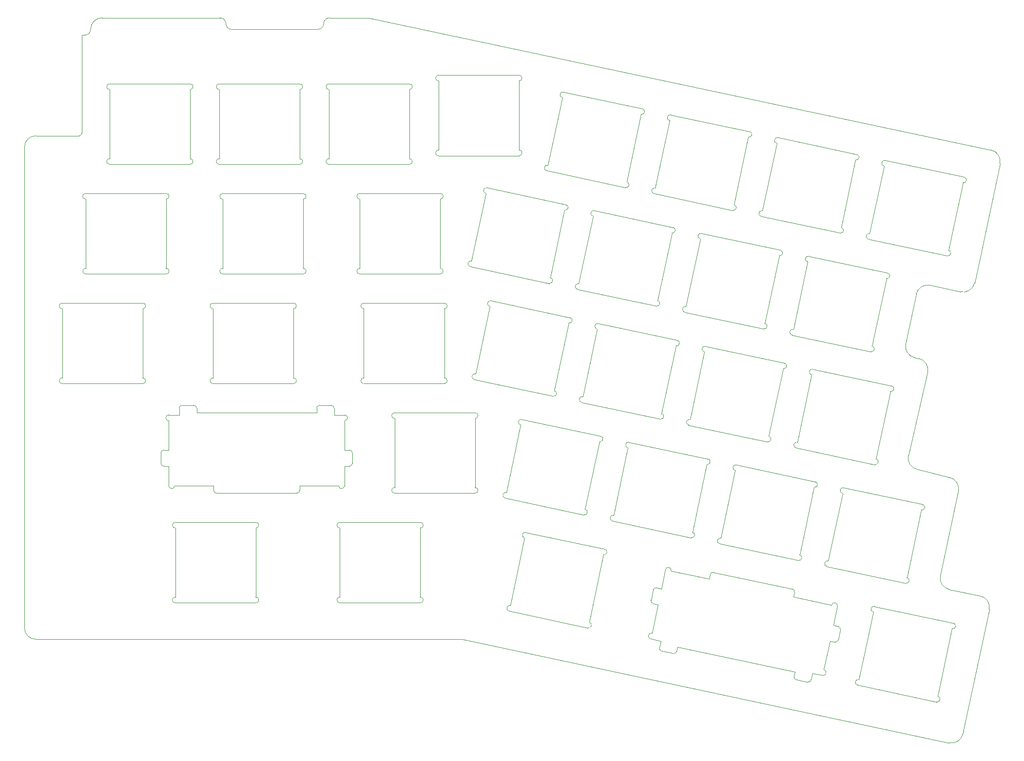
<source format=gm1>
G04 #@! TF.GenerationSoftware,KiCad,Pcbnew,(6.0.9)*
G04 #@! TF.CreationDate,2022-11-13T14:03:06+01:00*
G04 #@! TF.ProjectId,arisu,61726973-752e-46b6-9963-61645f706362,1.1*
G04 #@! TF.SameCoordinates,Original*
G04 #@! TF.FileFunction,Profile,NP*
%FSLAX46Y46*%
G04 Gerber Fmt 4.6, Leading zero omitted, Abs format (unit mm)*
G04 Created by KiCad (PCBNEW (6.0.9)) date 2022-11-13 14:03:06*
%MOMM*%
%LPD*%
G01*
G04 APERTURE LIST*
G04 #@! TA.AperFunction,Profile*
%ADD10C,0.000100*%
G04 #@! TD*
G04 APERTURE END LIST*
D10*
X165079413Y-287610870D02*
G75*
G03*
X166619916Y-289982996I1956287J-415830D01*
G01*
X164590449Y-268170449D02*
G75*
G03*
X166130889Y-270542560I1956251J-415851D01*
G01*
X21000000Y-231999999D02*
G75*
G03*
X21499999Y-231500000I0J499999D01*
G01*
X46500000Y-212500000D02*
G75*
G03*
X45500000Y-211500000I-1000000J0D01*
G01*
X46500000Y-212500000D02*
G75*
G03*
X47500000Y-213500000I1000000J0D01*
G01*
X13500000Y-232000000D02*
G75*
G03*
X11500000Y-234000000I0J-2000000D01*
G01*
X172185789Y-291356274D02*
X166619916Y-289982996D01*
X45500000Y-211500000D02*
X25000000Y-211500000D01*
X62500000Y-213500000D02*
G75*
G03*
X63500000Y-212500000I0J1000000D01*
G01*
X168802540Y-257973431D02*
G75*
G03*
X166430436Y-259513834I-415840J-1956269D01*
G01*
X21000000Y-232000000D02*
X13500000Y-232000000D01*
X180962211Y-236839676D02*
X176554485Y-257576407D01*
X170597156Y-308449506D02*
G75*
G03*
X172137661Y-310821635I1956344J-415794D01*
G01*
X177566379Y-311975542D02*
X172137661Y-310821635D01*
X55000000Y-213500000D02*
X62500000Y-213500000D01*
X166864501Y-270698494D02*
X166130889Y-270542560D01*
X11500000Y-234000000D02*
X11500000Y-317500000D01*
X11500000Y-317500000D02*
G75*
G03*
X13500000Y-319500000I2000000J0D01*
G01*
X179106853Y-314347662D02*
X174512002Y-335964725D01*
X174182365Y-259116880D02*
G75*
G03*
X176554485Y-257576407I415835J1956280D01*
G01*
X22000000Y-214500000D02*
G75*
G03*
X23000000Y-213500000I0J1000000D01*
G01*
X64500000Y-211500000D02*
X71360000Y-211500000D01*
X180962251Y-236839685D02*
G75*
G03*
X179421741Y-234467560I-1956351J415785D01*
G01*
X166430436Y-259513834D02*
X164590417Y-268170442D01*
X13500000Y-319500000D02*
X87490000Y-319500000D01*
X64500000Y-211500000D02*
G75*
G03*
X63500000Y-212500000I0J-1000000D01*
G01*
X173726261Y-293728394D02*
X170597190Y-308449513D01*
X21500000Y-231500000D02*
X21500000Y-214500000D01*
X21500000Y-214500000D02*
X22000000Y-214500000D01*
X25000000Y-211500000D02*
G75*
G03*
X23000000Y-213500000I0J-2000000D01*
G01*
X179106841Y-314347659D02*
G75*
G03*
X177566379Y-311975542I-1956241J415859D01*
G01*
X55000000Y-213500000D02*
X47500000Y-213500000D01*
X174182365Y-259116881D02*
X168802554Y-257973364D01*
X172139884Y-337505196D02*
X87490000Y-319500000D01*
X172139882Y-337505204D02*
G75*
G03*
X174512002Y-335964725I415818J1956304D01*
G01*
X179421741Y-234467560D02*
X71360000Y-211500000D01*
X168404972Y-273070613D02*
X165079446Y-287610877D01*
X168405002Y-273070619D02*
G75*
G03*
X166864501Y-270698494I-1956302J415819D01*
G01*
X173726322Y-293728407D02*
G75*
G03*
X172185789Y-291356274I-1956322J415807D01*
G01*
X106249704Y-263577854D02*
X92560137Y-260668047D01*
X103339897Y-277267421D02*
X89650330Y-274357614D01*
X106041792Y-264556002D02*
X103547809Y-276289274D01*
X92352225Y-261646194D02*
X89858242Y-273379466D01*
X89858242Y-273379466D02*
G75*
G03*
X89650330Y-274357614I-103956J-489074D01*
G01*
X92560137Y-260668048D02*
G75*
G03*
X92352225Y-261646194I-103956J-489073D01*
G01*
X106041792Y-264556002D02*
G75*
G03*
X106249704Y-263577854I103956J489074D01*
G01*
X103339897Y-277267420D02*
G75*
G03*
X103547809Y-276289274I103956J489073D01*
G01*
X152019892Y-317074750D02*
X152727540Y-313745527D01*
X152283715Y-319987247D02*
X151438986Y-319807694D01*
X122156263Y-310727039D02*
X122863911Y-307397816D01*
X124810389Y-321574302D02*
X124974099Y-320804109D01*
X130630175Y-308243596D02*
X130466465Y-309013789D01*
X120307928Y-319422772D02*
X122071919Y-319797720D01*
X152864620Y-317254302D02*
X152019892Y-317074750D01*
X120519166Y-318428974D02*
X121575357Y-313459984D01*
X150382795Y-324776684D02*
X151438986Y-319807694D01*
X147562123Y-326929681D02*
X145574527Y-326507205D01*
X145288695Y-311359360D02*
X145124985Y-312129554D01*
X144897415Y-310756842D02*
X131232693Y-307852316D01*
X145346957Y-325134493D02*
X124974099Y-320804109D01*
X148164641Y-326538402D02*
X148407565Y-325395534D01*
X153255900Y-317856820D02*
X152886233Y-319595967D01*
X120339349Y-312677913D02*
X120709016Y-310938767D01*
X124207871Y-321965582D02*
X122220275Y-321543105D01*
X121828995Y-320940587D02*
X122071919Y-319797720D01*
X145183247Y-325904687D02*
X145346957Y-325134493D01*
X120730629Y-313280431D02*
X121575357Y-313459984D01*
X123857709Y-307609055D02*
X130466465Y-309013789D01*
X121311534Y-310547487D02*
X122156263Y-310727039D01*
X150171557Y-325770482D02*
X148407565Y-325395534D01*
X145124985Y-312129554D02*
X151733742Y-313534288D01*
X121311534Y-310547487D02*
G75*
G03*
X120709016Y-310938767I-105618J-496900D01*
G01*
X131232693Y-307852316D02*
G75*
G03*
X130630175Y-308243596I-105618J-496900D01*
G01*
X145183247Y-325904687D02*
G75*
G03*
X145574527Y-326507205I496899J-105619D01*
G01*
X120519166Y-318428974D02*
G75*
G03*
X120307928Y-319422772I-105619J-496899D01*
G01*
X153255900Y-317856820D02*
G75*
G03*
X152864620Y-317254302I-496899J105619D01*
G01*
X145288695Y-311359360D02*
G75*
G03*
X144897415Y-310756842I-496899J105619D01*
G01*
X147562123Y-326929681D02*
G75*
G03*
X148164641Y-326538402I105619J496899D01*
G01*
X150171557Y-325770482D02*
G75*
G03*
X150382795Y-324776684I105619J496899D01*
G01*
X124207871Y-321965582D02*
G75*
G03*
X124810389Y-321574302I105618J496900D01*
G01*
X152283715Y-319987247D02*
G75*
G03*
X152886233Y-319595967I105619J496899D01*
G01*
X121828996Y-320940587D02*
G75*
G03*
X122220275Y-321543105I496899J-105619D01*
G01*
X120339351Y-312677913D02*
G75*
G03*
X120730629Y-313280431I496899J-105619D01*
G01*
X123857709Y-307609055D02*
G75*
G03*
X122863911Y-307397816I-496899J105620D01*
G01*
X152727540Y-313745527D02*
G75*
G03*
X151733742Y-313534288I-496899J105620D01*
G01*
X40287700Y-222972303D02*
X26292300Y-222972303D01*
X40287700Y-236967703D02*
X26292300Y-236967703D01*
X40287700Y-223972303D02*
X40287700Y-235967703D01*
X26292300Y-223972303D02*
X26292300Y-235967703D01*
X26292300Y-235967703D02*
G75*
G03*
X26292300Y-236967703I0J-500000D01*
G01*
X26292300Y-222972303D02*
G75*
G03*
X26292300Y-223972303I0J-500000D01*
G01*
X40287700Y-223972303D02*
G75*
G03*
X40287700Y-222972303I0J500000D01*
G01*
X40287700Y-236967703D02*
G75*
G03*
X40287700Y-235967703I0J500000D01*
G01*
X147555687Y-253904481D02*
X145061704Y-265637753D01*
X161453166Y-255836141D02*
X147763599Y-252926334D01*
X158543359Y-269525708D02*
X144853792Y-266615901D01*
X161245254Y-256814289D02*
X158751271Y-268547561D01*
X161245254Y-256814289D02*
G75*
G03*
X161453166Y-255836141I103956J489074D01*
G01*
X145061704Y-265637753D02*
G75*
G03*
X144853792Y-266615901I-103956J-489074D01*
G01*
X158543359Y-269525707D02*
G75*
G03*
X158751271Y-268547561I103956J489073D01*
G01*
X147763599Y-252926335D02*
G75*
G03*
X147555687Y-253904481I-103956J-489073D01*
G01*
X84447701Y-261072301D02*
X70452301Y-261072301D01*
X84447701Y-275067701D02*
X70452301Y-275067701D01*
X70452301Y-262072301D02*
X70452301Y-274067701D01*
X84447701Y-262072301D02*
X84447701Y-274067701D01*
X84447701Y-262072301D02*
G75*
G03*
X84447701Y-261072301I0J500000D01*
G01*
X70452301Y-274067701D02*
G75*
G03*
X70452301Y-275067701I0J-500000D01*
G01*
X70452301Y-261072301D02*
G75*
G03*
X70452301Y-262072301I0J-500000D01*
G01*
X84447701Y-275067701D02*
G75*
G03*
X84447701Y-274067701I0J500000D01*
G01*
X140607315Y-285188872D02*
X126917748Y-282279065D01*
X143517122Y-271499305D02*
X129827555Y-268589498D01*
X129619643Y-269567645D02*
X127125660Y-281300917D01*
X143309210Y-272477453D02*
X140815227Y-284210725D01*
X140607315Y-285188871D02*
G75*
G03*
X140815227Y-284210725I103956J489073D01*
G01*
X127125660Y-281300917D02*
G75*
G03*
X126917748Y-282279065I-103956J-489074D01*
G01*
X143309210Y-272477453D02*
G75*
G03*
X143517122Y-271499305I103956J489074D01*
G01*
X129827555Y-268589499D02*
G75*
G03*
X129619643Y-269567645I-103956J-489073D01*
G01*
X32060200Y-261072300D02*
X18064800Y-261072300D01*
X32060200Y-262072300D02*
X32060200Y-274067700D01*
X18064800Y-262072300D02*
X18064800Y-274067700D01*
X32060200Y-275067700D02*
X18064800Y-275067700D01*
X32060200Y-275067700D02*
G75*
G03*
X32060200Y-274067700I0J500000D01*
G01*
X18064800Y-261072300D02*
G75*
G03*
X18064800Y-262072300I0J-500000D01*
G01*
X32060200Y-262072300D02*
G75*
G03*
X32060200Y-261072300I0J500000D01*
G01*
X18064800Y-274067700D02*
G75*
G03*
X18064800Y-275067700I0J-500000D01*
G01*
X127329689Y-301842215D02*
X113640122Y-298932408D01*
X116342017Y-286220988D02*
X113848034Y-297954260D01*
X130239496Y-288152648D02*
X116549929Y-285242841D01*
X130031584Y-289130796D02*
X127537601Y-300864068D01*
X116549929Y-285242842D02*
G75*
G03*
X116342017Y-286220988I-103956J-489073D01*
G01*
X130031584Y-289130796D02*
G75*
G03*
X130239496Y-288152648I103956J489074D01*
G01*
X113848034Y-297954260D02*
G75*
G03*
X113640122Y-298932408I-103956J-489074D01*
G01*
X127329689Y-301842214D02*
G75*
G03*
X127537601Y-300864068I103956J489073D01*
G01*
X58253948Y-275067701D02*
X44258548Y-275067701D01*
X58253948Y-262072301D02*
X58253948Y-274067701D01*
X58253948Y-261072301D02*
X44258548Y-261072301D01*
X44258548Y-262072301D02*
X44258548Y-274067701D01*
X58253948Y-262072301D02*
G75*
G03*
X58253948Y-261072301I0J500000D01*
G01*
X58253948Y-275067701D02*
G75*
G03*
X58253948Y-274067701I0J500000D01*
G01*
X44258548Y-261072301D02*
G75*
G03*
X44258548Y-262072301I0J-500000D01*
G01*
X44258548Y-274067701D02*
G75*
G03*
X44258548Y-275067701I0J-500000D01*
G01*
X110985933Y-265606920D02*
X108491950Y-277340192D01*
X124883412Y-267538580D02*
X111193845Y-264628773D01*
X121973605Y-281228147D02*
X108284038Y-278318340D01*
X124675500Y-268516728D02*
X122181517Y-280250000D01*
X121973605Y-281228146D02*
G75*
G03*
X122181517Y-280250000I103956J489073D01*
G01*
X124675500Y-268516728D02*
G75*
G03*
X124883412Y-267538580I103956J489074D01*
G01*
X111193845Y-264628774D02*
G75*
G03*
X110985933Y-265606920I-103956J-489073D01*
G01*
X108491950Y-277340192D02*
G75*
G03*
X108284038Y-278318340I-103956J-489074D01*
G01*
X36125197Y-242022302D02*
X22129797Y-242022302D01*
X36125197Y-256017702D02*
X22129797Y-256017702D01*
X22129797Y-243022302D02*
X22129797Y-255017702D01*
X36125197Y-243022302D02*
X36125197Y-255017702D01*
X36125197Y-256017702D02*
G75*
G03*
X36125197Y-255017702I0J500000D01*
G01*
X22129797Y-242022302D02*
G75*
G03*
X22129797Y-243022302I0J-500000D01*
G01*
X36125197Y-243022302D02*
G75*
G03*
X36125197Y-242022302I0J500000D01*
G01*
X22129797Y-255017702D02*
G75*
G03*
X22129797Y-256017702I0J-500000D01*
G01*
X169953244Y-330377698D02*
X156263677Y-327467891D01*
X172863051Y-316688131D02*
X159173484Y-313778324D01*
X172655139Y-317666279D02*
X170161156Y-329399551D01*
X158965572Y-314756471D02*
X156471589Y-326489743D01*
X169953244Y-330377697D02*
G75*
G03*
X170161156Y-329399551I103956J489073D01*
G01*
X172655139Y-317666279D02*
G75*
G03*
X172863051Y-316688131I103956J489074D01*
G01*
X156471589Y-326489743D02*
G75*
G03*
X156263677Y-327467891I-103956J-489074D01*
G01*
X159173484Y-313778325D02*
G75*
G03*
X158965572Y-314756471I-103956J-489073D01*
G01*
X59937701Y-242022302D02*
X45942301Y-242022302D01*
X59937701Y-256017702D02*
X45942301Y-256017702D01*
X59937701Y-243022302D02*
X59937701Y-255017702D01*
X45942301Y-243022302D02*
X45942301Y-255017702D01*
X45942301Y-255017702D02*
G75*
G03*
X45942301Y-256017702I0J-500000D01*
G01*
X45942301Y-242022302D02*
G75*
G03*
X45942301Y-243022302I0J-500000D01*
G01*
X59937701Y-256017702D02*
G75*
G03*
X59937701Y-255017702I0J500000D01*
G01*
X59937701Y-243022302D02*
G75*
G03*
X59937701Y-242022302I0J500000D01*
G01*
X105552037Y-243953959D02*
X91862470Y-241044152D01*
X102642230Y-257643526D02*
X88952663Y-254733719D01*
X91654558Y-242022299D02*
X89160575Y-253755571D01*
X105344125Y-244932107D02*
X102850142Y-256665379D01*
X89160575Y-253755571D02*
G75*
G03*
X88952663Y-254733719I-103956J-489074D01*
G01*
X105344125Y-244932107D02*
G75*
G03*
X105552037Y-243953959I103956J489074D01*
G01*
X91862470Y-241044153D02*
G75*
G03*
X91654558Y-242022299I-103956J-489073D01*
G01*
X102642230Y-257643525D02*
G75*
G03*
X102850142Y-256665379I103956J489073D01*
G01*
X51710203Y-299172299D02*
X37714803Y-299172299D01*
X51710203Y-313167699D02*
X37714803Y-313167699D01*
X51710203Y-300172299D02*
X51710203Y-312167699D01*
X37714803Y-300172299D02*
X37714803Y-312167699D01*
X37714803Y-299172299D02*
G75*
G03*
X37714803Y-300172299I0J-500000D01*
G01*
X51710203Y-313167699D02*
G75*
G03*
X51710203Y-312167699I0J500000D01*
G01*
X37714803Y-312167699D02*
G75*
G03*
X37714803Y-313167699I0J-500000D01*
G01*
X51710203Y-300172299D02*
G75*
G03*
X51710203Y-299172299I0J500000D01*
G01*
X89797701Y-280122301D02*
X75802301Y-280122301D01*
X89797701Y-294117701D02*
X75802301Y-294117701D01*
X89797701Y-281122301D02*
X89797701Y-293117701D01*
X75802301Y-281122301D02*
X75802301Y-293117701D01*
X75802301Y-280122301D02*
G75*
G03*
X75802301Y-281122301I0J-500000D01*
G01*
X89797701Y-281122301D02*
G75*
G03*
X89797701Y-280122301I0J500000D01*
G01*
X89797701Y-294117701D02*
G75*
G03*
X89797701Y-293117701I0J500000D01*
G01*
X75802301Y-293117701D02*
G75*
G03*
X75802301Y-294117701I0J-500000D01*
G01*
X110288267Y-245983024D02*
X107794284Y-257716296D01*
X124185746Y-247914684D02*
X110496179Y-245004877D01*
X121275939Y-261604251D02*
X107586372Y-258694444D01*
X123977834Y-248892832D02*
X121483851Y-260626104D01*
X123977834Y-248892832D02*
G75*
G03*
X124185746Y-247914684I103956J489074D01*
G01*
X107794284Y-257716296D02*
G75*
G03*
X107586372Y-258694444I-103956J-489074D01*
G01*
X121275939Y-261604250D02*
G75*
G03*
X121483851Y-260626104I103956J489073D01*
G01*
X110496179Y-245004878D02*
G75*
G03*
X110288267Y-245983024I-103956J-489073D01*
G01*
X118621782Y-228278765D02*
X116127799Y-240012037D01*
X115919887Y-240990184D02*
X102230320Y-238080377D01*
X118829694Y-227300617D02*
X105140127Y-224390810D01*
X104932215Y-225368957D02*
X102438232Y-237102229D01*
X118621782Y-228278765D02*
G75*
G03*
X118829694Y-227300617I103956J489074D01*
G01*
X102438232Y-237102229D02*
G75*
G03*
X102230320Y-238080377I-103956J-489074D01*
G01*
X115919887Y-240990183D02*
G75*
G03*
X116127799Y-240012037I103956J489073D01*
G01*
X105140127Y-224390811D02*
G75*
G03*
X104932215Y-225368957I-103956J-489073D01*
G01*
X67109152Y-280516001D02*
X65305752Y-280516001D01*
X36578352Y-289406001D02*
X36578352Y-292809601D01*
X38889752Y-278839601D02*
X40921752Y-278839601D01*
X35714752Y-289406001D02*
X36578352Y-289406001D01*
X41429752Y-280135001D02*
X62257752Y-280135001D01*
X65305752Y-279347601D02*
X65305752Y-280516001D01*
X67972752Y-289406001D02*
X67109152Y-289406001D01*
X66093152Y-292809601D02*
X59336752Y-292809601D01*
X59336752Y-293597001D02*
X59336752Y-292809601D01*
X67972752Y-286612001D02*
X67109152Y-286612001D01*
X35714752Y-286612001D02*
X36578352Y-286612001D01*
X44858752Y-294105001D02*
X58828752Y-294105001D01*
X44350752Y-292809601D02*
X37594352Y-292809601D01*
X68480752Y-287120001D02*
X68480752Y-288898001D01*
X36578352Y-281532001D02*
X36578352Y-286612001D01*
X38381752Y-279347601D02*
X38381752Y-280516001D01*
X36578352Y-280516001D02*
X38381752Y-280516001D01*
X67109152Y-281532001D02*
X67109152Y-286612001D01*
X35206752Y-288898001D02*
X35206752Y-287120001D01*
X62765752Y-278839601D02*
X64797752Y-278839601D01*
X62257752Y-279347601D02*
X62257752Y-280135001D01*
X44350752Y-293597001D02*
X44350752Y-292809601D01*
X67109152Y-289406001D02*
X67109152Y-292809601D01*
X41429752Y-279347601D02*
X41429752Y-280135001D01*
X38889752Y-278839601D02*
G75*
G03*
X38381752Y-279347601I0J-508000D01*
G01*
X58828752Y-294105001D02*
G75*
G03*
X59336752Y-293597001I-1J508001D01*
G01*
X67109152Y-281532001D02*
G75*
G03*
X67109152Y-280516001I0J508000D01*
G01*
X41429752Y-279347601D02*
G75*
G03*
X40921752Y-278839601I-508000J0D01*
G01*
X36578352Y-292809601D02*
G75*
G03*
X37594352Y-292809601I508000J0D01*
G01*
X35206752Y-288898001D02*
G75*
G03*
X35714752Y-289406001I508000J0D01*
G01*
X35714752Y-286612001D02*
G75*
G03*
X35206752Y-287120001I0J-508000D01*
G01*
X62765752Y-278839601D02*
G75*
G03*
X62257752Y-279347601I1J-508001D01*
G01*
X44350752Y-293597001D02*
G75*
G03*
X44858752Y-294105001I508000J0D01*
G01*
X65305752Y-279347601D02*
G75*
G03*
X64797752Y-278839601I-508001J-1D01*
G01*
X66093152Y-292809601D02*
G75*
G03*
X67109152Y-292809601I508000J0D01*
G01*
X68480752Y-287120001D02*
G75*
G03*
X67972752Y-286612001I-508001J-1D01*
G01*
X36578352Y-280516001D02*
G75*
G03*
X36578352Y-281532001I0J-508000D01*
G01*
X67972752Y-289406001D02*
G75*
G03*
X68480752Y-288898001I-1J508001D01*
G01*
X98406006Y-301884148D02*
X95912023Y-313617420D01*
X112095573Y-304793956D02*
X109601590Y-316527228D01*
X109393678Y-317505375D02*
X95704111Y-314595568D01*
X112303485Y-303815808D02*
X98613918Y-300906001D01*
X98613918Y-300906002D02*
G75*
G03*
X98406006Y-301884148I-103956J-489073D01*
G01*
X112095573Y-304793956D02*
G75*
G03*
X112303485Y-303815808I103956J489074D01*
G01*
X95912023Y-313617420D02*
G75*
G03*
X95704111Y-314595568I-103956J-489074D01*
G01*
X109393678Y-317505374D02*
G75*
G03*
X109601590Y-316527228I103956J489073D01*
G01*
X59337699Y-222972301D02*
X45342299Y-222972301D01*
X45342299Y-223972301D02*
X45342299Y-235967701D01*
X59337699Y-236967701D02*
X45342299Y-236967701D01*
X59337699Y-223972301D02*
X59337699Y-235967701D01*
X59337699Y-223972301D02*
G75*
G03*
X59337699Y-222972301I0J500000D01*
G01*
X45342299Y-235967701D02*
G75*
G03*
X45342299Y-236967701I0J-500000D01*
G01*
X45342299Y-222972301D02*
G75*
G03*
X45342299Y-223972301I0J-500000D01*
G01*
X59337699Y-236967701D02*
G75*
G03*
X59337699Y-235967701I0J500000D01*
G01*
X139909650Y-265564979D02*
X126220083Y-262655172D01*
X128921978Y-249943752D02*
X126427995Y-261677024D01*
X142611545Y-252853560D02*
X140117562Y-264586832D01*
X142819457Y-251875412D02*
X129129890Y-248965605D01*
X142611545Y-252853560D02*
G75*
G03*
X142819457Y-251875412I103956J489074D01*
G01*
X139909650Y-265564978D02*
G75*
G03*
X140117562Y-264586832I103956J489073D01*
G01*
X129129890Y-248965606D02*
G75*
G03*
X128921978Y-249943752I-103956J-489073D01*
G01*
X126427995Y-261677024D02*
G75*
G03*
X126220083Y-262655172I-103956J-489074D01*
G01*
X83442302Y-222471912D02*
X83442302Y-234467312D01*
X97437702Y-221471912D02*
X83442302Y-221471912D01*
X97437702Y-235467312D02*
X83442302Y-235467312D01*
X97437702Y-222471912D02*
X97437702Y-234467312D01*
X83442302Y-234467312D02*
G75*
G03*
X83442302Y-235467312I0J-500000D01*
G01*
X97437702Y-235467312D02*
G75*
G03*
X97437702Y-234467312I0J500000D01*
G01*
X97437702Y-222471912D02*
G75*
G03*
X97437702Y-221471912I0J500000D01*
G01*
X83442302Y-221471912D02*
G75*
G03*
X83442302Y-222471912I0J-500000D01*
G01*
X161942920Y-276438181D02*
X159448937Y-288171453D01*
X162150832Y-275460033D02*
X148461265Y-272550226D01*
X159241025Y-289149600D02*
X145551458Y-286239793D01*
X148253353Y-273528373D02*
X145759370Y-285261645D01*
X148461265Y-272550227D02*
G75*
G03*
X148253353Y-273528373I-103956J-489073D01*
G01*
X161942920Y-276438181D02*
G75*
G03*
X162150832Y-275460033I103956J489074D01*
G01*
X159241025Y-289149599D02*
G75*
G03*
X159448937Y-288171453I103956J489073D01*
G01*
X145759370Y-285261645D02*
G75*
G03*
X145551458Y-286239793I-103956J-489074D01*
G01*
X137463403Y-231261334D02*
X123773836Y-228351527D01*
X137255491Y-232239482D02*
X134761508Y-243972754D01*
X123565924Y-229329674D02*
X121071941Y-241062946D01*
X134553596Y-244950901D02*
X120864029Y-242041094D01*
X123773836Y-228351528D02*
G75*
G03*
X123565924Y-229329674I-103956J-489073D01*
G01*
X121071941Y-241062946D02*
G75*
G03*
X120864029Y-242041094I-103956J-489074D01*
G01*
X137255491Y-232239482D02*
G75*
G03*
X137463403Y-231261334I103956J489074D01*
G01*
X134553596Y-244950900D02*
G75*
G03*
X134761508Y-243972754I103956J489073D01*
G01*
X155889204Y-236200200D02*
X153395221Y-247933472D01*
X156097116Y-235222052D02*
X142407549Y-232312245D01*
X153187309Y-248911619D02*
X139497742Y-246001812D01*
X142199637Y-233290392D02*
X139705654Y-245023664D01*
X153187309Y-248911618D02*
G75*
G03*
X153395221Y-247933472I103956J489073D01*
G01*
X142407549Y-232312246D02*
G75*
G03*
X142199637Y-233290392I-103956J-489073D01*
G01*
X139705654Y-245023664D02*
G75*
G03*
X139497742Y-246001812I-103956J-489074D01*
G01*
X155889204Y-236200200D02*
G75*
G03*
X156097116Y-235222052I103956J489074D01*
G01*
X80285200Y-313167703D02*
X66289800Y-313167703D01*
X66289800Y-300172303D02*
X66289800Y-312167703D01*
X80285200Y-300172303D02*
X80285200Y-312167703D01*
X80285200Y-299172303D02*
X66289800Y-299172303D01*
X66289800Y-299172303D02*
G75*
G03*
X66289800Y-300172303I0J-500000D01*
G01*
X66289800Y-312167703D02*
G75*
G03*
X66289800Y-313167703I0J-500000D01*
G01*
X80285200Y-300172303D02*
G75*
G03*
X80285200Y-299172303I0J500000D01*
G01*
X80285200Y-313167703D02*
G75*
G03*
X80285200Y-312167703I0J500000D01*
G01*
X134975725Y-290181715D02*
X132481742Y-301914987D01*
X148873204Y-292113375D02*
X135183637Y-289203568D01*
X145963397Y-305802942D02*
X132273830Y-302893135D01*
X148665292Y-293091523D02*
X146171309Y-304824795D01*
X135183637Y-289203569D02*
G75*
G03*
X134975725Y-290181715I-103956J-489073D01*
G01*
X145963397Y-305802941D02*
G75*
G03*
X146171309Y-304824795I103956J489073D01*
G01*
X148665292Y-293091523D02*
G75*
G03*
X148873204Y-292113375I103956J489074D01*
G01*
X132481742Y-301914987D02*
G75*
G03*
X132273830Y-302893135I-103956J-489074D01*
G01*
X171821021Y-252872336D02*
X158131454Y-249962529D01*
X174522916Y-240160917D02*
X172028933Y-251894189D01*
X174730828Y-239182769D02*
X161041261Y-236272962D01*
X160833349Y-237251109D02*
X158339366Y-248984381D01*
X171821021Y-252872335D02*
G75*
G03*
X172028933Y-251894189I103956J489073D01*
G01*
X161041261Y-236272963D02*
G75*
G03*
X160833349Y-237251109I-103956J-489073D01*
G01*
X158339366Y-248984381D02*
G75*
G03*
X158131454Y-249962529I-103956J-489074D01*
G01*
X174522916Y-240160917D02*
G75*
G03*
X174730828Y-239182769I103956J489074D01*
G01*
X78387701Y-236967700D02*
X64392301Y-236967700D01*
X78387701Y-223972300D02*
X78387701Y-235967700D01*
X78387701Y-222972300D02*
X64392301Y-222972300D01*
X64392301Y-223972300D02*
X64392301Y-235967700D01*
X64392301Y-222972300D02*
G75*
G03*
X64392301Y-223972300I0J-500000D01*
G01*
X78387701Y-236967700D02*
G75*
G03*
X78387701Y-235967700I0J500000D01*
G01*
X78387701Y-223972300D02*
G75*
G03*
X78387701Y-222972300I0J500000D01*
G01*
X64392301Y-235967700D02*
G75*
G03*
X64392301Y-236967700I0J-500000D01*
G01*
X97708305Y-282260262D02*
X95214322Y-293993534D01*
X108695977Y-297881489D02*
X95006410Y-294971682D01*
X111397872Y-285170070D02*
X108903889Y-296903342D01*
X111605784Y-284191922D02*
X97916217Y-281282115D01*
X97916217Y-281282116D02*
G75*
G03*
X97708305Y-282260262I-103956J-489073D01*
G01*
X111397872Y-285170070D02*
G75*
G03*
X111605784Y-284191922I103956J489074D01*
G01*
X108695977Y-297881488D02*
G75*
G03*
X108903889Y-296903342I103956J489073D01*
G01*
X95214322Y-293993534D02*
G75*
G03*
X95006410Y-294971682I-103956J-489074D01*
G01*
X83747701Y-242022298D02*
X69752301Y-242022298D01*
X83747701Y-243022298D02*
X83747701Y-255017698D01*
X69752301Y-243022298D02*
X69752301Y-255017698D01*
X83747701Y-256017698D02*
X69752301Y-256017698D01*
X83747701Y-243022298D02*
G75*
G03*
X83747701Y-242022298I0J500000D01*
G01*
X69752301Y-255017698D02*
G75*
G03*
X69752301Y-256017698I0J-500000D01*
G01*
X69752301Y-242022298D02*
G75*
G03*
X69752301Y-243022298I0J-500000D01*
G01*
X83747701Y-256017698D02*
G75*
G03*
X83747701Y-255017698I0J500000D01*
G01*
X164597107Y-309763669D02*
X150907540Y-306853862D01*
X167506914Y-296074102D02*
X153817347Y-293164295D01*
X153609435Y-294142442D02*
X151115452Y-305875714D01*
X167299002Y-297052250D02*
X164805019Y-308785522D01*
X164597107Y-309763668D02*
G75*
G03*
X164805019Y-308785522I103956J489073D01*
G01*
X151115452Y-305875714D02*
G75*
G03*
X150907540Y-306853862I-103956J-489074D01*
G01*
X167299002Y-297052250D02*
G75*
G03*
X167506914Y-296074102I103956J489074D01*
G01*
X153817347Y-293164296D02*
G75*
G03*
X153609435Y-294142442I-103956J-489073D01*
G01*
M02*

</source>
